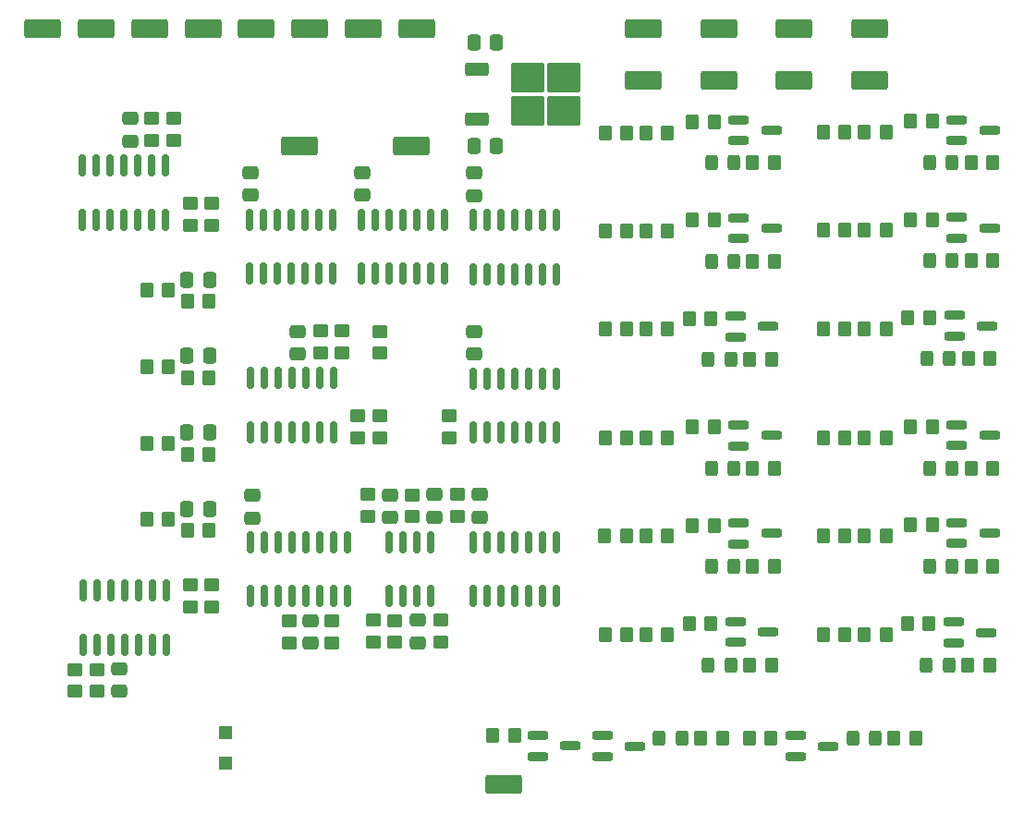
<source format=gbr>
%TF.GenerationSoftware,KiCad,Pcbnew,9.0.3*%
%TF.CreationDate,2025-12-22T19:21:40+07:00*%
%TF.ProjectId,BSPD v4 Rev 5,42535044-2076-4342-9052-657620352e6b,rev?*%
%TF.SameCoordinates,Original*%
%TF.FileFunction,Paste,Top*%
%TF.FilePolarity,Positive*%
%FSLAX46Y46*%
G04 Gerber Fmt 4.6, Leading zero omitted, Abs format (unit mm)*
G04 Created by KiCad (PCBNEW 9.0.3) date 2025-12-22 19:21:40*
%MOMM*%
%LPD*%
G01*
G04 APERTURE LIST*
G04 Aperture macros list*
%AMRoundRect*
0 Rectangle with rounded corners*
0 $1 Rounding radius*
0 $2 $3 $4 $5 $6 $7 $8 $9 X,Y pos of 4 corners*
0 Add a 4 corners polygon primitive as box body*
4,1,4,$2,$3,$4,$5,$6,$7,$8,$9,$2,$3,0*
0 Add four circle primitives for the rounded corners*
1,1,$1+$1,$2,$3*
1,1,$1+$1,$4,$5*
1,1,$1+$1,$6,$7*
1,1,$1+$1,$8,$9*
0 Add four rect primitives between the rounded corners*
20,1,$1+$1,$2,$3,$4,$5,0*
20,1,$1+$1,$4,$5,$6,$7,0*
20,1,$1+$1,$6,$7,$8,$9,0*
20,1,$1+$1,$8,$9,$2,$3,0*%
G04 Aperture macros list end*
%ADD10RoundRect,0.250000X0.350000X0.450000X-0.350000X0.450000X-0.350000X-0.450000X0.350000X-0.450000X0*%
%ADD11RoundRect,0.250000X-0.325000X-0.450000X0.325000X-0.450000X0.325000X0.450000X-0.325000X0.450000X0*%
%ADD12RoundRect,0.250000X0.450000X-0.350000X0.450000X0.350000X-0.450000X0.350000X-0.450000X-0.350000X0*%
%ADD13RoundRect,0.250000X-0.350000X-0.450000X0.350000X-0.450000X0.350000X0.450000X-0.350000X0.450000X0*%
%ADD14RoundRect,0.150000X0.150000X-0.825000X0.150000X0.825000X-0.150000X0.825000X-0.150000X-0.825000X0*%
%ADD15RoundRect,0.258000X-1.427000X-0.602000X1.427000X-0.602000X1.427000X0.602000X-1.427000X0.602000X0*%
%ADD16RoundRect,0.250000X-0.450000X0.350000X-0.450000X-0.350000X0.450000X-0.350000X0.450000X0.350000X0*%
%ADD17RoundRect,0.250000X0.475000X-0.337500X0.475000X0.337500X-0.475000X0.337500X-0.475000X-0.337500X0*%
%ADD18RoundRect,0.200000X-0.750000X-0.200000X0.750000X-0.200000X0.750000X0.200000X-0.750000X0.200000X0*%
%ADD19RoundRect,0.250000X-0.337500X-0.475000X0.337500X-0.475000X0.337500X0.475000X-0.337500X0.475000X0*%
%ADD20RoundRect,0.150000X-0.150000X0.825000X-0.150000X-0.825000X0.150000X-0.825000X0.150000X0.825000X0*%
%ADD21RoundRect,0.250000X-0.475000X0.337500X-0.475000X-0.337500X0.475000X-0.337500X0.475000X0.337500X0*%
%ADD22RoundRect,0.250000X-1.275000X-1.125000X1.275000X-1.125000X1.275000X1.125000X-1.275000X1.125000X0*%
%ADD23RoundRect,0.250000X-0.850000X-0.350000X0.850000X-0.350000X0.850000X0.350000X-0.850000X0.350000X0*%
%ADD24R,1.200000X1.200000*%
G04 APERTURE END LIST*
D10*
%TO.C,R52*%
X219525000Y-112030000D03*
X217525000Y-112030000D03*
%TD*%
D11*
%TO.C,D3*%
X213475000Y-102050000D03*
X215525000Y-102050000D03*
%TD*%
D12*
%TO.C,R78*%
X184750000Y-127987500D03*
X184750000Y-125987500D03*
%TD*%
D11*
%TO.C,D1*%
X213750000Y-84050000D03*
X215800000Y-84050000D03*
%TD*%
D13*
%TO.C,R11*%
X204000000Y-127310000D03*
X206000000Y-127310000D03*
%TD*%
D14*
%TO.C,U20*%
X191940000Y-108762500D03*
X193210000Y-108762500D03*
X194480000Y-108762500D03*
X195750000Y-108762500D03*
X197020000Y-108762500D03*
X198290000Y-108762500D03*
X199560000Y-108762500D03*
X199560000Y-103812500D03*
X198290000Y-103812500D03*
X197020000Y-103812500D03*
X195750000Y-103812500D03*
X194480000Y-103812500D03*
X193210000Y-103812500D03*
X191940000Y-103812500D03*
%TD*%
D15*
%TO.C,TP11*%
X221333333Y-76500000D03*
%TD*%
D16*
%TO.C,R74*%
X190500000Y-114450000D03*
X190500000Y-116450000D03*
%TD*%
D13*
%TO.C,R4*%
X207750000Y-90305000D03*
X209750000Y-90305000D03*
%TD*%
D11*
%TO.C,D14*%
X208975000Y-136750000D03*
X211025000Y-136750000D03*
%TD*%
D13*
%TO.C,R6*%
X207750000Y-99300000D03*
X209750000Y-99300000D03*
%TD*%
D17*
%TO.C,C10*%
X171500000Y-87025000D03*
X171500000Y-84950000D03*
%TD*%
%TO.C,C14*%
X188345000Y-116525000D03*
X188345000Y-114450000D03*
%TD*%
D16*
%TO.C,R72*%
X189750000Y-107250000D03*
X189750000Y-109250000D03*
%TD*%
D14*
%TO.C,U17*%
X181690000Y-94212500D03*
X182960000Y-94212500D03*
X184230000Y-94212500D03*
X185500000Y-94212500D03*
X186770000Y-94212500D03*
X188040000Y-94212500D03*
X189310000Y-94212500D03*
X189310000Y-89262500D03*
X188040000Y-89262500D03*
X186770000Y-89262500D03*
X185500000Y-89262500D03*
X184230000Y-89262500D03*
X182960000Y-89262500D03*
X181690000Y-89262500D03*
%TD*%
D13*
%TO.C,R48*%
X231700000Y-126300000D03*
X233700000Y-126300000D03*
%TD*%
D12*
%TO.C,R82*%
X175055000Y-128025000D03*
X175055000Y-126025000D03*
%TD*%
D13*
%TO.C,R16*%
X227750000Y-90250000D03*
X229750000Y-90250000D03*
%TD*%
%TO.C,R7*%
X204000000Y-109280000D03*
X206000000Y-109280000D03*
%TD*%
D15*
%TO.C,TP15*%
X207500000Y-71750000D03*
%TD*%
D13*
%TO.C,R67*%
X165750000Y-103750000D03*
X167750000Y-103750000D03*
%TD*%
D18*
%TO.C,U8*%
X216250000Y-108080000D03*
X216250000Y-109980000D03*
X219250000Y-109030000D03*
%TD*%
D11*
%TO.C,D10*%
X233750000Y-112015000D03*
X235800000Y-112015000D03*
%TD*%
D17*
%TO.C,C18*%
X177055000Y-128062500D03*
X177055000Y-125987500D03*
%TD*%
D13*
%TO.C,R41*%
X212000000Y-117270000D03*
X214000000Y-117270000D03*
%TD*%
D18*
%TO.C,U10*%
X215975000Y-126110000D03*
X215975000Y-128010000D03*
X218975000Y-127060000D03*
%TD*%
D17*
%TO.C,C1*%
X160500000Y-82062500D03*
X160500000Y-79987500D03*
%TD*%
%TO.C,C19*%
X171695000Y-116600000D03*
X171695000Y-114525000D03*
%TD*%
D10*
%TO.C,R53*%
X219525000Y-121020000D03*
X217525000Y-121020000D03*
%TD*%
%TO.C,R40*%
X214000000Y-108280000D03*
X212000000Y-108280000D03*
%TD*%
D19*
%TO.C,C15*%
X192000000Y-82500000D03*
X194075000Y-82500000D03*
%TD*%
D15*
%TO.C,TP29*%
X176000000Y-82500000D03*
%TD*%
D14*
%TO.C,U19*%
X191940000Y-94250000D03*
X193210000Y-94250000D03*
X194480000Y-94250000D03*
X195750000Y-94250000D03*
X197020000Y-94250000D03*
X198290000Y-94250000D03*
X199560000Y-94250000D03*
X199560000Y-89300000D03*
X198290000Y-89300000D03*
X197020000Y-89300000D03*
X195750000Y-89300000D03*
X194480000Y-89300000D03*
X193210000Y-89300000D03*
X191940000Y-89300000D03*
%TD*%
D16*
%TO.C,R76*%
X189000000Y-125950000D03*
X189000000Y-127950000D03*
%TD*%
D13*
%TO.C,R66*%
X165750000Y-110750000D03*
X167750000Y-110750000D03*
%TD*%
D15*
%TO.C,TP2*%
X176964286Y-71750000D03*
%TD*%
D19*
%TO.C,C11*%
X192000000Y-73000000D03*
X194075000Y-73000000D03*
%TD*%
D10*
%TO.C,R56*%
X239525000Y-93000000D03*
X237525000Y-93000000D03*
%TD*%
D18*
%TO.C,U16*%
X235950000Y-126150000D03*
X235950000Y-128050000D03*
X238950000Y-127100000D03*
%TD*%
%TO.C,U26*%
X203750000Y-136550000D03*
X203750000Y-138450000D03*
X206750000Y-137500000D03*
%TD*%
D11*
%TO.C,D6*%
X213475000Y-130060000D03*
X215525000Y-130060000D03*
%TD*%
D16*
%TO.C,R32*%
X181370000Y-107225000D03*
X181370000Y-109225000D03*
%TD*%
D10*
%TO.C,R46*%
X234000000Y-108265000D03*
X232000000Y-108265000D03*
%TD*%
D15*
%TO.C,TP3*%
X214416667Y-71750000D03*
%TD*%
D16*
%TO.C,R31*%
X183370000Y-107225000D03*
X183370000Y-109225000D03*
%TD*%
D13*
%TO.C,R8*%
X207750000Y-109280000D03*
X209750000Y-109280000D03*
%TD*%
%TO.C,R42*%
X211725000Y-126310000D03*
X213725000Y-126310000D03*
%TD*%
%TO.C,R15*%
X224000000Y-90250000D03*
X226000000Y-90250000D03*
%TD*%
D11*
%TO.C,D7*%
X233750000Y-84000000D03*
X235800000Y-84000000D03*
%TD*%
D15*
%TO.C,TP4*%
X214416667Y-76500000D03*
%TD*%
D13*
%TO.C,R62*%
X162000000Y-109750000D03*
X164000000Y-109750000D03*
%TD*%
%TO.C,R64*%
X162000000Y-95750000D03*
X164000000Y-95750000D03*
%TD*%
%TO.C,R70*%
X193725000Y-136500000D03*
X195725000Y-136500000D03*
%TD*%
D11*
%TO.C,D8*%
X233750000Y-93000000D03*
X235800000Y-93000000D03*
%TD*%
D15*
%TO.C,TP10*%
X228250000Y-71750000D03*
%TD*%
D11*
%TO.C,D9*%
X233500000Y-101990000D03*
X235550000Y-101990000D03*
%TD*%
D15*
%TO.C,TP7*%
X181857143Y-71750000D03*
%TD*%
%TO.C,TP6*%
X167178571Y-71750000D03*
%TD*%
D10*
%TO.C,R55*%
X239525000Y-84000000D03*
X237525000Y-84000000D03*
%TD*%
D13*
%TO.C,R61*%
X162000000Y-116750000D03*
X164000000Y-116750000D03*
%TD*%
D16*
%TO.C,R28*%
X166000000Y-87750000D03*
X166000000Y-89750000D03*
%TD*%
D15*
%TO.C,TP30*%
X186250000Y-82500000D03*
%TD*%
D13*
%TO.C,R63*%
X162000000Y-102750000D03*
X164000000Y-102750000D03*
%TD*%
D19*
%TO.C,C8*%
X165712500Y-94750000D03*
X167787500Y-94750000D03*
%TD*%
D13*
%TO.C,R18*%
X227750000Y-99240000D03*
X229750000Y-99240000D03*
%TD*%
D18*
%TO.C,U6*%
X216250000Y-89105000D03*
X216250000Y-91005000D03*
X219250000Y-90055000D03*
%TD*%
D16*
%TO.C,R26*%
X164500000Y-80000000D03*
X164500000Y-82000000D03*
%TD*%
D11*
%TO.C,D15*%
X226700000Y-136750000D03*
X228750000Y-136750000D03*
%TD*%
D10*
%TO.C,R51*%
X219250000Y-102050000D03*
X217250000Y-102050000D03*
%TD*%
D16*
%TO.C,R29*%
X177930000Y-99475000D03*
X177930000Y-101475000D03*
%TD*%
D18*
%TO.C,U15*%
X236250000Y-117050000D03*
X236250000Y-118950000D03*
X239250000Y-118000000D03*
%TD*%
D13*
%TO.C,R38*%
X212000000Y-89305000D03*
X214000000Y-89305000D03*
%TD*%
D12*
%TO.C,R33*%
X157440000Y-132500000D03*
X157440000Y-130500000D03*
%TD*%
D13*
%TO.C,R19*%
X224000000Y-109265000D03*
X226000000Y-109265000D03*
%TD*%
D10*
%TO.C,R58*%
X239525000Y-112015000D03*
X237525000Y-112015000D03*
%TD*%
D15*
%TO.C,TP1*%
X157392857Y-71750000D03*
%TD*%
D20*
%TO.C,U2*%
X179120000Y-103775000D03*
X177850000Y-103775000D03*
X176580000Y-103775000D03*
X175310000Y-103775000D03*
X174040000Y-103775000D03*
X172770000Y-103775000D03*
X171500000Y-103775000D03*
X171500000Y-108725000D03*
X172770000Y-108725000D03*
X174040000Y-108725000D03*
X175310000Y-108725000D03*
X176580000Y-108725000D03*
X177850000Y-108725000D03*
X179120000Y-108725000D03*
%TD*%
D21*
%TO.C,C13*%
X186845000Y-125950000D03*
X186845000Y-128025000D03*
%TD*%
D13*
%TO.C,R10*%
X207725000Y-118270000D03*
X209725000Y-118270000D03*
%TD*%
D11*
%TO.C,D11*%
X233750000Y-121000000D03*
X235800000Y-121000000D03*
%TD*%
D13*
%TO.C,R3*%
X204000000Y-90305000D03*
X206000000Y-90305000D03*
%TD*%
D16*
%TO.C,R25*%
X162500000Y-80000000D03*
X162500000Y-82000000D03*
%TD*%
D13*
%TO.C,R47*%
X232000000Y-117250000D03*
X234000000Y-117250000D03*
%TD*%
D18*
%TO.C,U9*%
X216250000Y-117070000D03*
X216250000Y-118970000D03*
X219250000Y-118020000D03*
%TD*%
D19*
%TO.C,C6*%
X165712500Y-108750000D03*
X167787500Y-108750000D03*
%TD*%
D12*
%TO.C,R35*%
X166000000Y-124725000D03*
X166000000Y-122725000D03*
%TD*%
D13*
%TO.C,R24*%
X227750000Y-127300000D03*
X229750000Y-127300000D03*
%TD*%
D18*
%TO.C,U28*%
X221475000Y-136550000D03*
X221475000Y-138450000D03*
X224475000Y-137500000D03*
%TD*%
D17*
%TO.C,C16*%
X192000000Y-101575000D03*
X192000000Y-99500000D03*
%TD*%
D14*
%TO.C,U27*%
X184190000Y-123750000D03*
X185460000Y-123750000D03*
X186730000Y-123750000D03*
X188000000Y-123750000D03*
X188000000Y-118800000D03*
X186730000Y-118800000D03*
X185460000Y-118800000D03*
X184190000Y-118800000D03*
%TD*%
D10*
%TO.C,R54*%
X219250000Y-130060000D03*
X217250000Y-130060000D03*
%TD*%
D18*
%TO.C,U5*%
X216250000Y-80100000D03*
X216250000Y-82000000D03*
X219250000Y-81050000D03*
%TD*%
D15*
%TO.C,TP5*%
X162285714Y-71750000D03*
%TD*%
D13*
%TO.C,R12*%
X207750000Y-127310000D03*
X209750000Y-127310000D03*
%TD*%
D11*
%TO.C,D5*%
X213750000Y-121020000D03*
X215800000Y-121020000D03*
%TD*%
D18*
%TO.C,U12*%
X236250000Y-89050000D03*
X236250000Y-90950000D03*
X239250000Y-90000000D03*
%TD*%
D21*
%TO.C,C3*%
X159500000Y-130400000D03*
X159500000Y-132475000D03*
%TD*%
D18*
%TO.C,U24*%
X197827944Y-136527944D03*
X197827944Y-138427944D03*
X200827944Y-137477944D03*
%TD*%
D13*
%TO.C,R13*%
X224000000Y-81250000D03*
X226000000Y-81250000D03*
%TD*%
D22*
%TO.C,U22*%
X196912500Y-76255000D03*
X196912500Y-79305000D03*
X200262500Y-76255000D03*
X200262500Y-79305000D03*
D23*
X192287500Y-75500000D03*
X192287500Y-80060000D03*
%TD*%
D15*
%TO.C,TP13*%
X152500000Y-71750000D03*
%TD*%
D10*
%TO.C,R60*%
X239225000Y-130050000D03*
X237225000Y-130050000D03*
%TD*%
D18*
%TO.C,U7*%
X215975000Y-98100000D03*
X215975000Y-100000000D03*
X218975000Y-99050000D03*
%TD*%
D19*
%TO.C,C7*%
X165712500Y-101750000D03*
X167787500Y-101750000D03*
%TD*%
D17*
%TO.C,C2*%
X175870000Y-101575000D03*
X175870000Y-99500000D03*
%TD*%
D13*
%TO.C,R22*%
X227750000Y-118250000D03*
X229750000Y-118250000D03*
%TD*%
%TO.C,R2*%
X207750000Y-81300000D03*
X209750000Y-81300000D03*
%TD*%
%TO.C,R39*%
X211725000Y-98300000D03*
X213725000Y-98300000D03*
%TD*%
D10*
%TO.C,R49*%
X219500000Y-84050000D03*
X217500000Y-84050000D03*
%TD*%
D13*
%TO.C,R45*%
X231750000Y-98240000D03*
X233750000Y-98240000D03*
%TD*%
D10*
%TO.C,R37*%
X214000000Y-80300000D03*
X212000000Y-80300000D03*
%TD*%
D11*
%TO.C,D12*%
X233450000Y-130050000D03*
X235500000Y-130050000D03*
%TD*%
D14*
%TO.C,U3*%
X156190000Y-128200000D03*
X157460000Y-128200000D03*
X158730000Y-128200000D03*
X160000000Y-128200000D03*
X161270000Y-128200000D03*
X162540000Y-128200000D03*
X163810000Y-128200000D03*
X163810000Y-123250000D03*
X162540000Y-123250000D03*
X161270000Y-123250000D03*
X160000000Y-123250000D03*
X158730000Y-123250000D03*
X157460000Y-123250000D03*
X156190000Y-123250000D03*
%TD*%
D13*
%TO.C,R21*%
X224000000Y-118250000D03*
X226000000Y-118250000D03*
%TD*%
D15*
%TO.C,TP12*%
X228250000Y-76500000D03*
%TD*%
D14*
%TO.C,U18*%
X191940000Y-123750000D03*
X193210000Y-123750000D03*
X194480000Y-123750000D03*
X195750000Y-123750000D03*
X197020000Y-123750000D03*
X198290000Y-123750000D03*
X199560000Y-123750000D03*
X199560000Y-118800000D03*
X198290000Y-118800000D03*
X197020000Y-118800000D03*
X195750000Y-118800000D03*
X194480000Y-118800000D03*
X193210000Y-118800000D03*
X191940000Y-118800000D03*
%TD*%
D17*
%TO.C,C17*%
X184345000Y-116562500D03*
X184345000Y-114487500D03*
%TD*%
D10*
%TO.C,R59*%
X239525000Y-121000000D03*
X237525000Y-121000000D03*
%TD*%
D11*
%TO.C,D4*%
X213750000Y-112030000D03*
X215800000Y-112030000D03*
%TD*%
D16*
%TO.C,R80*%
X179000000Y-126062500D03*
X179000000Y-128062500D03*
%TD*%
D10*
%TO.C,R43*%
X234000000Y-80250000D03*
X232000000Y-80250000D03*
%TD*%
D24*
%TO.C,D13*%
X169250000Y-136250000D03*
X169250000Y-139050000D03*
%TD*%
D13*
%TO.C,R23*%
X224000000Y-127300000D03*
X226000000Y-127300000D03*
%TD*%
D18*
%TO.C,U11*%
X236250000Y-80100000D03*
X236250000Y-82000000D03*
X239250000Y-81050000D03*
%TD*%
D13*
%TO.C,R14*%
X227750000Y-81250000D03*
X229750000Y-81250000D03*
%TD*%
%TO.C,R65*%
X165750000Y-117750000D03*
X167750000Y-117750000D03*
%TD*%
D16*
%TO.C,R73*%
X182250000Y-114450000D03*
X182250000Y-116450000D03*
%TD*%
D15*
%TO.C,TP33*%
X194750000Y-141000000D03*
%TD*%
D10*
%TO.C,R50*%
X219525000Y-93055000D03*
X217525000Y-93055000D03*
%TD*%
D12*
%TO.C,R36*%
X168000000Y-124725000D03*
X168000000Y-122725000D03*
%TD*%
D13*
%TO.C,R9*%
X203975000Y-118270000D03*
X205975000Y-118270000D03*
%TD*%
%TO.C,R81*%
X217225000Y-136750000D03*
X219225000Y-136750000D03*
%TD*%
%TO.C,R68*%
X165750000Y-96750000D03*
X167750000Y-96750000D03*
%TD*%
D18*
%TO.C,U13*%
X236000000Y-98040000D03*
X236000000Y-99940000D03*
X239000000Y-98990000D03*
%TD*%
D17*
%TO.C,C9*%
X192000000Y-87062500D03*
X192000000Y-84987500D03*
%TD*%
D13*
%TO.C,R1*%
X204000000Y-81300000D03*
X206000000Y-81300000D03*
%TD*%
D20*
%TO.C,U1*%
X163750000Y-84300000D03*
X162480000Y-84300000D03*
X161210000Y-84300000D03*
X159940000Y-84300000D03*
X158670000Y-84300000D03*
X157400000Y-84300000D03*
X156130000Y-84300000D03*
X156130000Y-89250000D03*
X157400000Y-89250000D03*
X158670000Y-89250000D03*
X159940000Y-89250000D03*
X161210000Y-89250000D03*
X162480000Y-89250000D03*
X163750000Y-89250000D03*
%TD*%
D14*
%TO.C,U25*%
X171555000Y-123762500D03*
X172825000Y-123762500D03*
X174095000Y-123762500D03*
X175365000Y-123762500D03*
X176635000Y-123762500D03*
X177905000Y-123762500D03*
X179175000Y-123762500D03*
X180445000Y-123762500D03*
X180445000Y-118812500D03*
X179175000Y-118812500D03*
X177905000Y-118812500D03*
X176635000Y-118812500D03*
X175365000Y-118812500D03*
X174095000Y-118812500D03*
X172825000Y-118812500D03*
X171555000Y-118812500D03*
%TD*%
D16*
%TO.C,R71*%
X183370000Y-99500000D03*
X183370000Y-101500000D03*
%TD*%
%TO.C,R27*%
X168000000Y-87750000D03*
X168000000Y-89750000D03*
%TD*%
D13*
%TO.C,R17*%
X224000000Y-99240000D03*
X226000000Y-99240000D03*
%TD*%
D14*
%TO.C,U21*%
X171440000Y-94212500D03*
X172710000Y-94212500D03*
X173980000Y-94212500D03*
X175250000Y-94212500D03*
X176520000Y-94212500D03*
X177790000Y-94212500D03*
X179060000Y-94212500D03*
X179060000Y-89262500D03*
X177790000Y-89262500D03*
X176520000Y-89262500D03*
X175250000Y-89262500D03*
X173980000Y-89262500D03*
X172710000Y-89262500D03*
X171440000Y-89262500D03*
%TD*%
D15*
%TO.C,TP8*%
X186750000Y-71750000D03*
%TD*%
D13*
%TO.C,R44*%
X232000000Y-89250000D03*
X234000000Y-89250000D03*
%TD*%
%TO.C,R5*%
X204000000Y-99300000D03*
X206000000Y-99300000D03*
%TD*%
D15*
%TO.C,TP14*%
X172071429Y-71750000D03*
%TD*%
%TO.C,TP9*%
X221333333Y-71750000D03*
%TD*%
D12*
%TO.C,R34*%
X155440000Y-132500000D03*
X155440000Y-130500000D03*
%TD*%
D10*
%TO.C,R57*%
X239275000Y-101990000D03*
X237275000Y-101990000D03*
%TD*%
D17*
%TO.C,C12*%
X181750000Y-87025000D03*
X181750000Y-84950000D03*
%TD*%
D16*
%TO.C,R30*%
X179930000Y-99475000D03*
X179930000Y-101475000D03*
%TD*%
D19*
%TO.C,C5*%
X165712500Y-115750000D03*
X167787500Y-115750000D03*
%TD*%
D10*
%TO.C,R83*%
X232475000Y-136750000D03*
X230475000Y-136750000D03*
%TD*%
D17*
%TO.C,C4*%
X192500000Y-116537500D03*
X192500000Y-114462500D03*
%TD*%
D18*
%TO.C,U14*%
X236250000Y-108065000D03*
X236250000Y-109965000D03*
X239250000Y-109015000D03*
%TD*%
D12*
%TO.C,R79*%
X186345000Y-116487500D03*
X186345000Y-114487500D03*
%TD*%
D11*
%TO.C,D2*%
X213750000Y-93055000D03*
X215800000Y-93055000D03*
%TD*%
D13*
%TO.C,R20*%
X227750000Y-109265000D03*
X229750000Y-109265000D03*
%TD*%
D10*
%TO.C,R77*%
X214750000Y-136750000D03*
X212750000Y-136750000D03*
%TD*%
D12*
%TO.C,R75*%
X182750000Y-127950000D03*
X182750000Y-125950000D03*
%TD*%
D15*
%TO.C,TP16*%
X207500000Y-76500000D03*
%TD*%
M02*

</source>
